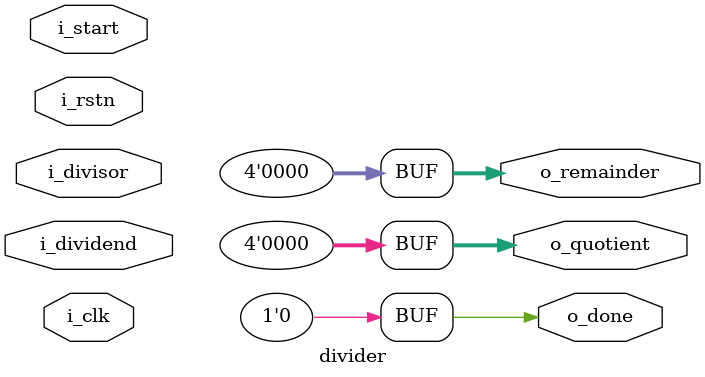
<source format=sv>
module divider (
    input   logic                   i_clk,
    input   logic                   i_rstn,
    input   logic   [3:0]           i_dividend,
    input   logic   [3:0]           i_divisor,
    input   logic                   i_start,
    output  logic                   o_done,
    output  logic   [3:0]           o_quotient,
    output  logic   [3:0]           o_remainder
);

    assign  o_done                  = 1'b0;
    assign  o_quotient              = 4'd0;
    assign  o_remainder             = 4'd0;

endmodule

</source>
